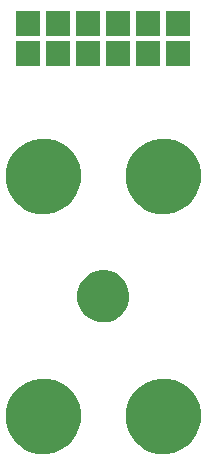
<source format=gbr>
G04 #@! TF.GenerationSoftware,KiCad,Pcbnew,(2017-02-05 revision 431abcf)-makepkg*
G04 #@! TF.CreationDate,2017-03-21T18:39:39+01:00*
G04 #@! TF.ProjectId,RPS01A,5250533031412E6B696361645F706362,01A*
G04 #@! TF.FileFunction,Soldermask,Top*
G04 #@! TF.FilePolarity,Negative*
%FSLAX46Y46*%
G04 Gerber Fmt 4.6, Leading zero omitted, Abs format (unit mm)*
G04 Created by KiCad (PCBNEW (2017-02-05 revision 431abcf)-makepkg) date 03/21/17 18:39:39*
%MOMM*%
%LPD*%
G01*
G04 APERTURE LIST*
%ADD10C,0.100000*%
G04 APERTURE END LIST*
D10*
G36*
X130416110Y-106722128D02*
X131030848Y-106848315D01*
X131609363Y-107091500D01*
X132129631Y-107442426D01*
X132571824Y-107887717D01*
X132919105Y-108410418D01*
X133158249Y-108990622D01*
X133280004Y-109605534D01*
X133280004Y-109605551D01*
X133280137Y-109606224D01*
X133270128Y-110323007D01*
X133269977Y-110323670D01*
X133269977Y-110323694D01*
X133131099Y-110934968D01*
X132875851Y-111508261D01*
X132514107Y-112021067D01*
X132059653Y-112453838D01*
X131529787Y-112790100D01*
X130944712Y-113017036D01*
X130326688Y-113126011D01*
X129699273Y-113112868D01*
X129086359Y-112978110D01*
X128511293Y-112726871D01*
X127995980Y-112368718D01*
X127560044Y-111917294D01*
X127220093Y-111389792D01*
X126989075Y-110806307D01*
X126875790Y-110189064D01*
X126884551Y-109561576D01*
X127015027Y-108947734D01*
X127262248Y-108370925D01*
X127616795Y-107853123D01*
X128065163Y-107414048D01*
X128590276Y-107070424D01*
X129172132Y-106835339D01*
X129788571Y-106717746D01*
X130416110Y-106722128D01*
X130416110Y-106722128D01*
G37*
G36*
X140576110Y-106722128D02*
X141190848Y-106848315D01*
X141769363Y-107091500D01*
X142289631Y-107442426D01*
X142731824Y-107887717D01*
X143079105Y-108410418D01*
X143318249Y-108990622D01*
X143440004Y-109605534D01*
X143440004Y-109605551D01*
X143440137Y-109606224D01*
X143430128Y-110323007D01*
X143429977Y-110323670D01*
X143429977Y-110323694D01*
X143291099Y-110934968D01*
X143035851Y-111508261D01*
X142674107Y-112021067D01*
X142219653Y-112453838D01*
X141689787Y-112790100D01*
X141104712Y-113017036D01*
X140486688Y-113126011D01*
X139859273Y-113112868D01*
X139246359Y-112978110D01*
X138671293Y-112726871D01*
X138155980Y-112368718D01*
X137720044Y-111917294D01*
X137380093Y-111389792D01*
X137149075Y-110806307D01*
X137035790Y-110189064D01*
X137044551Y-109561576D01*
X137175027Y-108947734D01*
X137422248Y-108370925D01*
X137776795Y-107853123D01*
X138225163Y-107414048D01*
X138750276Y-107070424D01*
X139332132Y-106835339D01*
X139948571Y-106717746D01*
X140576110Y-106722128D01*
X140576110Y-106722128D01*
G37*
G36*
X135391076Y-97561462D02*
X135813709Y-97648215D01*
X136211438Y-97815405D01*
X136569123Y-98056666D01*
X136873131Y-98362804D01*
X137111886Y-98722161D01*
X137276298Y-99121052D01*
X137359962Y-99543589D01*
X137359962Y-99543611D01*
X137360094Y-99544279D01*
X137353213Y-100037067D01*
X137353062Y-100037730D01*
X137353062Y-100037754D01*
X137257633Y-100457787D01*
X137082146Y-100851937D01*
X136833452Y-101204482D01*
X136521013Y-101502015D01*
X136156728Y-101733196D01*
X135754491Y-101889214D01*
X135329598Y-101964135D01*
X134898250Y-101955098D01*
X134476871Y-101862452D01*
X134081513Y-101689725D01*
X133727235Y-101443495D01*
X133427529Y-101133141D01*
X133193812Y-100770482D01*
X133034987Y-100369336D01*
X132957103Y-99944981D01*
X132963127Y-99513584D01*
X133052829Y-99091567D01*
X133222794Y-98695009D01*
X133466545Y-98339021D01*
X133774799Y-98037156D01*
X134135813Y-97800915D01*
X134535839Y-97639294D01*
X134959642Y-97558449D01*
X135391076Y-97561462D01*
X135391076Y-97561462D01*
G37*
G36*
X130416110Y-86402128D02*
X131030848Y-86528315D01*
X131609363Y-86771500D01*
X132129631Y-87122426D01*
X132571824Y-87567717D01*
X132919105Y-88090418D01*
X133158249Y-88670622D01*
X133280004Y-89285534D01*
X133280004Y-89285551D01*
X133280137Y-89286224D01*
X133270128Y-90003007D01*
X133269977Y-90003670D01*
X133269977Y-90003694D01*
X133131099Y-90614968D01*
X132875851Y-91188261D01*
X132514107Y-91701067D01*
X132059653Y-92133838D01*
X131529787Y-92470100D01*
X130944712Y-92697036D01*
X130326688Y-92806011D01*
X129699273Y-92792868D01*
X129086359Y-92658110D01*
X128511293Y-92406871D01*
X127995980Y-92048718D01*
X127560044Y-91597294D01*
X127220093Y-91069792D01*
X126989075Y-90486307D01*
X126875790Y-89869064D01*
X126884551Y-89241576D01*
X127015027Y-88627734D01*
X127262248Y-88050925D01*
X127616795Y-87533123D01*
X128065163Y-87094048D01*
X128590276Y-86750424D01*
X129172132Y-86515339D01*
X129788571Y-86397746D01*
X130416110Y-86402128D01*
X130416110Y-86402128D01*
G37*
G36*
X140576110Y-86402128D02*
X141190848Y-86528315D01*
X141769363Y-86771500D01*
X142289631Y-87122426D01*
X142731824Y-87567717D01*
X143079105Y-88090418D01*
X143318249Y-88670622D01*
X143440004Y-89285534D01*
X143440004Y-89285551D01*
X143440137Y-89286224D01*
X143430128Y-90003007D01*
X143429977Y-90003670D01*
X143429977Y-90003694D01*
X143291099Y-90614968D01*
X143035851Y-91188261D01*
X142674107Y-91701067D01*
X142219653Y-92133838D01*
X141689787Y-92470100D01*
X141104712Y-92697036D01*
X140486688Y-92806011D01*
X139859273Y-92792868D01*
X139246359Y-92658110D01*
X138671293Y-92406871D01*
X138155980Y-92048718D01*
X137720044Y-91597294D01*
X137380093Y-91069792D01*
X137149075Y-90486307D01*
X137035790Y-89869064D01*
X137044551Y-89241576D01*
X137175027Y-88627734D01*
X137422248Y-88050925D01*
X137776795Y-87533123D01*
X138225163Y-87094048D01*
X138750276Y-86750424D01*
X139332132Y-86515339D01*
X139948571Y-86397746D01*
X140576110Y-86402128D01*
X140576110Y-86402128D01*
G37*
G36*
X132375500Y-80211500D02*
X130324500Y-80211500D01*
X130324500Y-78160500D01*
X132375500Y-78160500D01*
X132375500Y-80211500D01*
X132375500Y-80211500D01*
G37*
G36*
X129835500Y-80211500D02*
X127784500Y-80211500D01*
X127784500Y-78160500D01*
X129835500Y-78160500D01*
X129835500Y-80211500D01*
X129835500Y-80211500D01*
G37*
G36*
X139995500Y-80211500D02*
X137944500Y-80211500D01*
X137944500Y-78160500D01*
X139995500Y-78160500D01*
X139995500Y-80211500D01*
X139995500Y-80211500D01*
G37*
G36*
X134915500Y-80211500D02*
X132864500Y-80211500D01*
X132864500Y-78160500D01*
X134915500Y-78160500D01*
X134915500Y-80211500D01*
X134915500Y-80211500D01*
G37*
G36*
X142535500Y-80211500D02*
X140484500Y-80211500D01*
X140484500Y-78160500D01*
X142535500Y-78160500D01*
X142535500Y-80211500D01*
X142535500Y-80211500D01*
G37*
G36*
X137455500Y-80211500D02*
X135404500Y-80211500D01*
X135404500Y-78160500D01*
X137455500Y-78160500D01*
X137455500Y-80211500D01*
X137455500Y-80211500D01*
G37*
G36*
X134915500Y-77671500D02*
X132864500Y-77671500D01*
X132864500Y-75620500D01*
X134915500Y-75620500D01*
X134915500Y-77671500D01*
X134915500Y-77671500D01*
G37*
G36*
X142535500Y-77671500D02*
X140484500Y-77671500D01*
X140484500Y-75620500D01*
X142535500Y-75620500D01*
X142535500Y-77671500D01*
X142535500Y-77671500D01*
G37*
G36*
X139995500Y-77671500D02*
X137944500Y-77671500D01*
X137944500Y-75620500D01*
X139995500Y-75620500D01*
X139995500Y-77671500D01*
X139995500Y-77671500D01*
G37*
G36*
X137455500Y-77671500D02*
X135404500Y-77671500D01*
X135404500Y-75620500D01*
X137455500Y-75620500D01*
X137455500Y-77671500D01*
X137455500Y-77671500D01*
G37*
G36*
X132375500Y-77671500D02*
X130324500Y-77671500D01*
X130324500Y-75620500D01*
X132375500Y-75620500D01*
X132375500Y-77671500D01*
X132375500Y-77671500D01*
G37*
G36*
X129835500Y-77671500D02*
X127784500Y-77671500D01*
X127784500Y-75620500D01*
X129835500Y-75620500D01*
X129835500Y-77671500D01*
X129835500Y-77671500D01*
G37*
M02*

</source>
